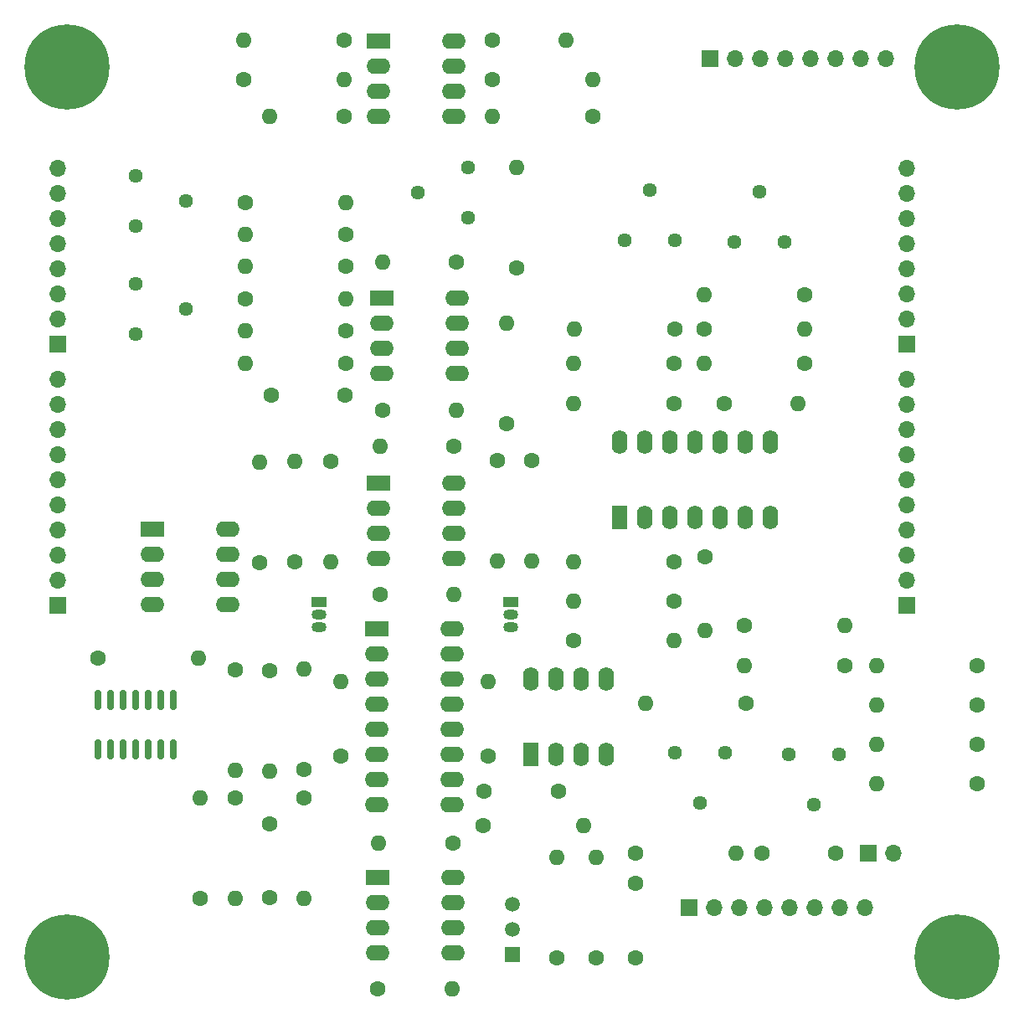
<source format=gbr>
%TF.GenerationSoftware,KiCad,Pcbnew,8.0.6*%
%TF.CreationDate,2024-12-08T11:54:58-05:00*%
%TF.ProjectId,SimpleSaw,53696d70-6c65-4536-9177-2e6b69636164,rev?*%
%TF.SameCoordinates,Original*%
%TF.FileFunction,Soldermask,Top*%
%TF.FilePolarity,Negative*%
%FSLAX46Y46*%
G04 Gerber Fmt 4.6, Leading zero omitted, Abs format (unit mm)*
G04 Created by KiCad (PCBNEW 8.0.6) date 2024-12-08 11:54:58*
%MOMM*%
%LPD*%
G01*
G04 APERTURE LIST*
G04 Aperture macros list*
%AMRoundRect*
0 Rectangle with rounded corners*
0 $1 Rounding radius*
0 $2 $3 $4 $5 $6 $7 $8 $9 X,Y pos of 4 corners*
0 Add a 4 corners polygon primitive as box body*
4,1,4,$2,$3,$4,$5,$6,$7,$8,$9,$2,$3,0*
0 Add four circle primitives for the rounded corners*
1,1,$1+$1,$2,$3*
1,1,$1+$1,$4,$5*
1,1,$1+$1,$6,$7*
1,1,$1+$1,$8,$9*
0 Add four rect primitives between the rounded corners*
20,1,$1+$1,$2,$3,$4,$5,0*
20,1,$1+$1,$4,$5,$6,$7,0*
20,1,$1+$1,$6,$7,$8,$9,0*
20,1,$1+$1,$8,$9,$2,$3,0*%
G04 Aperture macros list end*
%ADD10C,1.600000*%
%ADD11O,1.600000X1.600000*%
%ADD12C,1.440000*%
%ADD13R,1.700000X1.700000*%
%ADD14O,1.700000X1.700000*%
%ADD15C,8.600000*%
%ADD16R,1.500000X1.500000*%
%ADD17C,1.500000*%
%ADD18R,2.400000X1.600000*%
%ADD19O,2.400000X1.600000*%
%ADD20RoundRect,0.150000X0.150000X-0.825000X0.150000X0.825000X-0.150000X0.825000X-0.150000X-0.825000X0*%
%ADD21R,1.600000X2.400000*%
%ADD22O,1.600000X2.400000*%
%ADD23R,1.500000X1.050000*%
%ADD24O,1.500000X1.050000*%
G04 APERTURE END LIST*
D10*
%TO.C,R38*%
X66500000Y-31500000D03*
D11*
X56340000Y-31500000D03*
%TD*%
D10*
%TO.C,C14*%
X47600000Y-74635000D03*
D11*
X47600000Y-67135000D03*
%TD*%
D12*
%TO.C,RV3*%
X45595000Y-15140000D03*
X40515000Y-17680000D03*
X45595000Y-20220000D03*
%TD*%
D10*
%TO.C,C16*%
X44000000Y-83500000D03*
D11*
X36500000Y-83500000D03*
%TD*%
D12*
%TO.C,RV4*%
X66460000Y-74345000D03*
X69000000Y-79425000D03*
X71540000Y-74345000D03*
%TD*%
D10*
%TO.C,R25*%
X62500000Y-84500000D03*
D11*
X72660000Y-84500000D03*
%TD*%
D10*
%TO.C,C12*%
X48000000Y-2250000D03*
D11*
X55500000Y-2250000D03*
%TD*%
D13*
%TO.C,J3*%
X89900000Y-33000000D03*
D14*
X89900000Y-30460000D03*
X89900000Y-27920000D03*
X89900000Y-25380000D03*
X89900000Y-22840000D03*
X89900000Y-20300000D03*
X89900000Y-17760000D03*
X89900000Y-15220000D03*
%TD*%
D15*
%TO.C,H1*%
X5000000Y-5000000D03*
%TD*%
D10*
%TO.C,R24*%
X47095000Y-81720000D03*
D11*
X57255000Y-81720000D03*
%TD*%
D10*
%TO.C,R17*%
X28000000Y-55000000D03*
D11*
X28000000Y-44840000D03*
%TD*%
D10*
%TO.C,R11*%
X33195000Y-34930000D03*
D11*
X23035000Y-34930000D03*
%TD*%
D10*
%TO.C,R33*%
X83660000Y-65500000D03*
D11*
X73500000Y-65500000D03*
%TD*%
D16*
%TO.C,Q4*%
X50035000Y-94760000D03*
D17*
X50035000Y-92220000D03*
X50035000Y-89680000D03*
%TD*%
D10*
%TO.C,R27*%
X22000000Y-78920000D03*
D11*
X22000000Y-89080000D03*
%TD*%
D10*
%TO.C,R6*%
X22840000Y-6250000D03*
D11*
X33000000Y-6250000D03*
%TD*%
D18*
%TO.C,U1*%
X36820000Y-28380000D03*
D19*
X36820000Y-30920000D03*
X36820000Y-33460000D03*
X36820000Y-36000000D03*
X44440000Y-36000000D03*
X44440000Y-33460000D03*
X44440000Y-30920000D03*
X44440000Y-28380000D03*
%TD*%
D10*
%TO.C,R40*%
X97080000Y-69500000D03*
D11*
X86920000Y-69500000D03*
%TD*%
D10*
%TO.C,R29*%
X56260000Y-63000000D03*
D11*
X66420000Y-63000000D03*
%TD*%
D10*
%TO.C,R26*%
X29000000Y-78920000D03*
D11*
X29000000Y-89080000D03*
%TD*%
D10*
%TO.C,R13*%
X52000000Y-44805000D03*
D11*
X52000000Y-54965000D03*
%TD*%
D15*
%TO.C,H2*%
X95000000Y-5000000D03*
%TD*%
D12*
%TO.C,RV5*%
X78000000Y-74500000D03*
X80540000Y-79580000D03*
X83080000Y-74500000D03*
%TD*%
D18*
%TO.C,U5*%
X36380000Y-86960000D03*
D19*
X36380000Y-89500000D03*
X36380000Y-92040000D03*
X36380000Y-94580000D03*
X44000000Y-94580000D03*
X44000000Y-92040000D03*
X44000000Y-89500000D03*
X44000000Y-86960000D03*
%TD*%
D10*
%TO.C,R5*%
X33000000Y-2250000D03*
D11*
X22840000Y-2250000D03*
%TD*%
D13*
%TO.C,J7*%
X4110000Y-33000000D03*
D14*
X4110000Y-30460000D03*
X4110000Y-27920000D03*
X4110000Y-25380000D03*
X4110000Y-22840000D03*
X4110000Y-20300000D03*
X4110000Y-17760000D03*
X4110000Y-15220000D03*
%TD*%
D10*
%TO.C,R3*%
X33195000Y-25180000D03*
D11*
X23035000Y-25180000D03*
%TD*%
D10*
%TO.C,R23*%
X25500000Y-66000000D03*
D11*
X25500000Y-76160000D03*
%TD*%
D10*
%TO.C,R12*%
X50440000Y-25340000D03*
D11*
X50440000Y-15180000D03*
%TD*%
D10*
%TO.C,C1*%
X33145000Y-38180000D03*
X25645000Y-38180000D03*
%TD*%
%TO.C,C5*%
X25500000Y-81500000D03*
X25500000Y-89000000D03*
%TD*%
%TO.C,C7*%
X36895000Y-39680000D03*
D11*
X44395000Y-39680000D03*
%TD*%
D10*
%TO.C,R43*%
X66420000Y-39000000D03*
D11*
X56260000Y-39000000D03*
%TD*%
D10*
%TO.C,C13*%
X44395000Y-24680000D03*
D11*
X36895000Y-24680000D03*
%TD*%
D13*
%TO.C,J5*%
X86000000Y-84500000D03*
D14*
X88540000Y-84500000D03*
%TD*%
D10*
%TO.C,R14*%
X48500000Y-44805000D03*
D11*
X48500000Y-54965000D03*
%TD*%
D10*
%TO.C,R37*%
X79580000Y-28000000D03*
D11*
X69420000Y-28000000D03*
%TD*%
D13*
%TO.C,J2*%
X67920000Y-90000000D03*
D14*
X70460000Y-90000000D03*
X73000000Y-90000000D03*
X75540000Y-90000000D03*
X78080000Y-90000000D03*
X80620000Y-90000000D03*
X83160000Y-90000000D03*
X85700000Y-90000000D03*
%TD*%
D10*
%TO.C,C4*%
X54675000Y-78220000D03*
X47175000Y-78220000D03*
%TD*%
%TO.C,R22*%
X58500000Y-95080000D03*
D11*
X58500000Y-84920000D03*
%TD*%
D20*
%TO.C,Q3*%
X8150000Y-73974999D03*
X9420000Y-73974999D03*
X10690000Y-73974999D03*
X11960000Y-73974999D03*
X13230000Y-73974999D03*
X14500000Y-73974999D03*
X15770000Y-73974999D03*
X15770000Y-69024999D03*
X14500000Y-69024999D03*
X13230000Y-69024999D03*
X11960000Y-69024999D03*
X10690000Y-69024999D03*
X9420000Y-69024999D03*
X8150000Y-69024999D03*
%TD*%
D10*
%TO.C,R41*%
X79580000Y-35000000D03*
D11*
X69420000Y-35000000D03*
%TD*%
D10*
%TO.C,R4*%
X23045000Y-28430000D03*
D11*
X33205000Y-28430000D03*
%TD*%
D10*
%TO.C,R35*%
X73500000Y-61500000D03*
D11*
X83660000Y-61500000D03*
%TD*%
D10*
%TO.C,C8*%
X32675000Y-74635000D03*
D11*
X32675000Y-67135000D03*
%TD*%
D13*
%TO.C,J6*%
X89900000Y-59436000D03*
D14*
X89900000Y-56896000D03*
X89900000Y-54356000D03*
X89900000Y-51816000D03*
X89900000Y-49276000D03*
X89900000Y-46736000D03*
X89900000Y-44196000D03*
X89900000Y-41656000D03*
X89900000Y-39116000D03*
X89900000Y-36576000D03*
%TD*%
D12*
%TO.C,RV7*%
X77540000Y-22655000D03*
X75000000Y-17575000D03*
X72460000Y-22655000D03*
%TD*%
D13*
%TO.C,J4*%
X4110000Y-59436000D03*
D14*
X4110000Y-56896000D03*
X4110000Y-54356000D03*
X4110000Y-51816000D03*
X4110000Y-49276000D03*
X4110000Y-46736000D03*
X4110000Y-44196000D03*
X4110000Y-41656000D03*
X4110000Y-39116000D03*
X4110000Y-36576000D03*
%TD*%
D10*
%TO.C,R39*%
X69420000Y-31500000D03*
D11*
X79580000Y-31500000D03*
%TD*%
D10*
%TO.C,R36*%
X97080000Y-73500000D03*
D11*
X86920000Y-73500000D03*
%TD*%
D10*
%TO.C,C9*%
X36645000Y-58335000D03*
D11*
X44145000Y-58335000D03*
%TD*%
D10*
%TO.C,C3*%
X82750000Y-84500000D03*
X75250000Y-84500000D03*
%TD*%
D18*
%TO.C,U3*%
X36350000Y-61845000D03*
D19*
X36350000Y-64385000D03*
X36350000Y-66925000D03*
X36350000Y-69465000D03*
X36350000Y-72005000D03*
X36350000Y-74545000D03*
X36350000Y-77085000D03*
X36350000Y-79625000D03*
X43970000Y-79625000D03*
X43970000Y-77085000D03*
X43970000Y-74545000D03*
X43970000Y-72005000D03*
X43970000Y-69465000D03*
X43970000Y-66925000D03*
X43970000Y-64385000D03*
X43970000Y-61845000D03*
%TD*%
D10*
%TO.C,R7*%
X48000000Y-6250000D03*
D11*
X58160000Y-6250000D03*
%TD*%
D10*
%TO.C,C6*%
X33000000Y-10000000D03*
D11*
X25500000Y-10000000D03*
%TD*%
D10*
%TO.C,R42*%
X66420000Y-35000000D03*
D11*
X56260000Y-35000000D03*
%TD*%
D10*
%TO.C,C2*%
X62500000Y-87580000D03*
X62500000Y-95080000D03*
%TD*%
%TO.C,R15*%
X31705000Y-44840000D03*
D11*
X31705000Y-55000000D03*
%TD*%
D18*
%TO.C,U2*%
X36500000Y-2380000D03*
D19*
X36500000Y-4920000D03*
X36500000Y-7460000D03*
X36500000Y-10000000D03*
X44120000Y-10000000D03*
X44120000Y-7460000D03*
X44120000Y-4920000D03*
X44120000Y-2380000D03*
%TD*%
D21*
%TO.C,U6*%
X51875000Y-74545000D03*
D22*
X54415000Y-74545000D03*
X56955000Y-74545000D03*
X59495000Y-74545000D03*
X59495000Y-66925000D03*
X56955000Y-66925000D03*
X54415000Y-66925000D03*
X51875000Y-66925000D03*
%TD*%
D10*
%TO.C,R44*%
X97000000Y-65500000D03*
D11*
X86840000Y-65500000D03*
%TD*%
D10*
%TO.C,R31*%
X97080000Y-77500000D03*
D11*
X86920000Y-77500000D03*
%TD*%
D12*
%TO.C,RV1*%
X11920000Y-21040000D03*
X17000000Y-18500000D03*
X11920000Y-15960000D03*
%TD*%
D23*
%TO.C,Q2*%
X30490000Y-59115000D03*
D24*
X30490000Y-60385000D03*
X30490000Y-61655000D03*
%TD*%
D15*
%TO.C,H4*%
X95000000Y-95000000D03*
%TD*%
D10*
%TO.C,C11*%
X71460000Y-39000000D03*
D11*
X78960000Y-39000000D03*
%TD*%
D10*
%TO.C,R2*%
X33195000Y-21930000D03*
D11*
X23035000Y-21930000D03*
%TD*%
D10*
%TO.C,R28*%
X54500000Y-95080000D03*
D11*
X54500000Y-84920000D03*
%TD*%
D23*
%TO.C,Q1*%
X49850000Y-59115000D03*
D24*
X49850000Y-60385000D03*
X49850000Y-61655000D03*
%TD*%
D18*
%TO.C,U4*%
X36525000Y-47085000D03*
D19*
X36525000Y-49625000D03*
X36525000Y-52165000D03*
X36525000Y-54705000D03*
X44145000Y-54705000D03*
X44145000Y-52165000D03*
X44145000Y-49625000D03*
X44145000Y-47085000D03*
%TD*%
D12*
%TO.C,RV2*%
X11920000Y-32040000D03*
X17000000Y-29500000D03*
X11920000Y-26960000D03*
%TD*%
D10*
%TO.C,R34*%
X73660000Y-69380000D03*
D11*
X63500000Y-69380000D03*
%TD*%
D10*
%TO.C,R32*%
X66420000Y-59000000D03*
D11*
X56260000Y-59000000D03*
%TD*%
D10*
%TO.C,C10*%
X36425000Y-98220000D03*
D11*
X43925000Y-98220000D03*
%TD*%
D18*
%TO.C,SW1*%
X13675000Y-51700000D03*
D19*
X13675000Y-54240000D03*
X13675000Y-56780000D03*
X13675000Y-59320000D03*
X21295000Y-59320000D03*
X21295000Y-56780000D03*
X21295000Y-54240000D03*
X21295000Y-51700000D03*
%TD*%
D10*
%TO.C,R16*%
X18500000Y-89080000D03*
D11*
X18500000Y-78920000D03*
%TD*%
D21*
%TO.C,U7*%
X60875000Y-50500000D03*
D22*
X63415000Y-50500000D03*
X65955000Y-50500000D03*
X68495000Y-50500000D03*
X71035000Y-50500000D03*
X73575000Y-50500000D03*
X76115000Y-50500000D03*
X76115000Y-42880000D03*
X73575000Y-42880000D03*
X71035000Y-42880000D03*
X68495000Y-42880000D03*
X65955000Y-42880000D03*
X63415000Y-42880000D03*
X60875000Y-42880000D03*
%TD*%
D15*
%TO.C,H3*%
X5000000Y-95000000D03*
%TD*%
D12*
%TO.C,RV6*%
X66500000Y-22500000D03*
X63960000Y-17420000D03*
X61420000Y-22500000D03*
%TD*%
D10*
%TO.C,C15*%
X44145000Y-43335000D03*
D11*
X36645000Y-43335000D03*
%TD*%
D10*
%TO.C,R9*%
X49500000Y-41080000D03*
D11*
X49500000Y-30920000D03*
%TD*%
D10*
%TO.C,R21*%
X28970000Y-76025000D03*
D11*
X28970000Y-65865000D03*
%TD*%
D10*
%TO.C,R8*%
X58160000Y-10000000D03*
D11*
X48000000Y-10000000D03*
%TD*%
D10*
%TO.C,R10*%
X33195000Y-31680000D03*
D11*
X23035000Y-31680000D03*
%TD*%
D10*
%TO.C,R1*%
X23045000Y-18680000D03*
D11*
X33205000Y-18680000D03*
%TD*%
D10*
%TO.C,R19*%
X8170000Y-64750000D03*
D11*
X18330000Y-64750000D03*
%TD*%
D10*
%TO.C,R18*%
X24500000Y-55080000D03*
D11*
X24500000Y-44920000D03*
%TD*%
D10*
%TO.C,R30*%
X66420000Y-55000000D03*
D11*
X56260000Y-55000000D03*
%TD*%
D13*
%TO.C,J1*%
X70000000Y-4110000D03*
D14*
X72540000Y-4110000D03*
X75080000Y-4110000D03*
X77620000Y-4110000D03*
X80160000Y-4110000D03*
X82700000Y-4110000D03*
X85240000Y-4110000D03*
X87780000Y-4110000D03*
%TD*%
D10*
%TO.C,C17*%
X69500000Y-54500000D03*
D11*
X69500000Y-62000000D03*
%TD*%
D10*
%TO.C,R20*%
X22000000Y-65920000D03*
D11*
X22000000Y-76080000D03*
%TD*%
M02*

</source>
